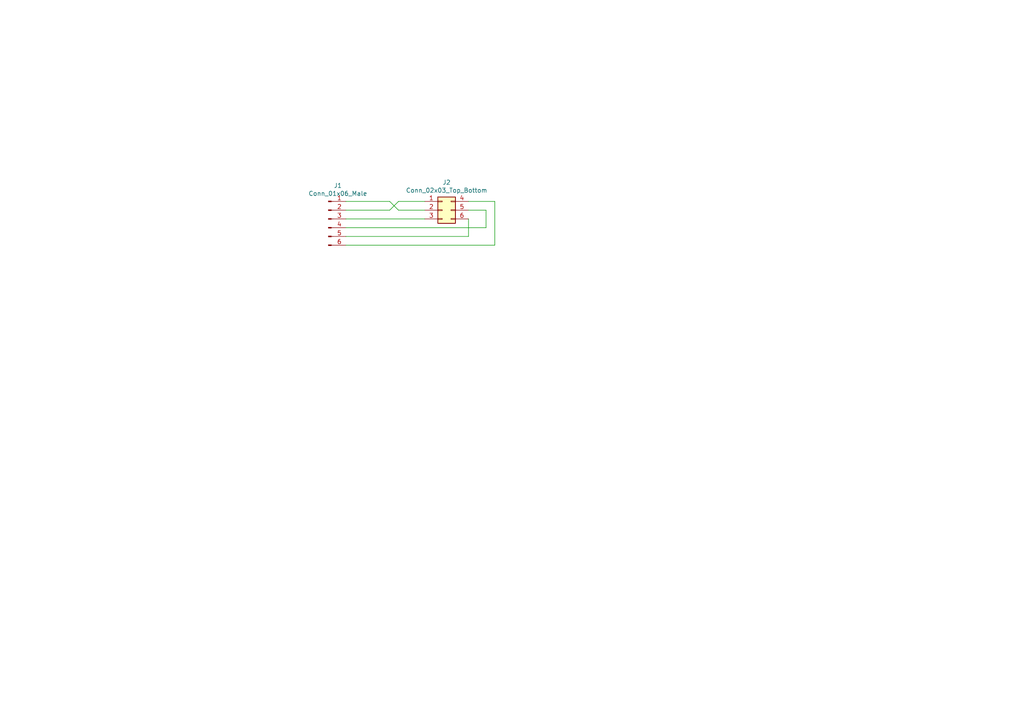
<source format=kicad_sch>
(kicad_sch (version 20211123) (generator eeschema)
  (paper "A4")
  (lib_symbols
    (symbol "Connector:Conn_01x06_Male" (pin_names (offset 1.016) hide)
      (property "Reference" "J" (at 0 7.62 0))
      (property "Value" "Conn_01x06_Male" (at 0 -10.16 0))
      (symbol "Conn_01x06_Male_1_1"
        (polyline (pts (xy 1.27 -7.62) (xy 0.8636 -7.62)) (stroke (width 0.1524)))
        (polyline (pts (xy 1.27 -5.08) (xy 0.8636 -5.08)) (stroke (width 0.1524)))
        (polyline (pts (xy 1.27 -2.54) (xy 0.8636 -2.54)) (stroke (width 0.1524)))
        (polyline (pts (xy 1.27 0) (xy 0.8636 0)) (stroke (width 0.1524)))
        (polyline (pts (xy 1.27 2.54) (xy 0.8636 2.54)) (stroke (width 0.1524)))
        (polyline (pts (xy 1.27 5.08) (xy 0.8636 5.08)) (stroke (width 0.1524)))
        (rectangle (start 0.8636 -7.493) (end 0 -7.747) (stroke (width 0.1524)) (fill (type outline)))
        (rectangle (start 0.8636 -4.953) (end 0 -5.207) (stroke (width 0.1524)) (fill (type outline)))
        (rectangle (start 0.8636 -2.413) (end 0 -2.667) (stroke (width 0.1524)) (fill (type outline)))
        (rectangle (start 0.8636 0.127) (end 0 -0.127) (stroke (width 0.1524)) (fill (type outline)))
        (rectangle (start 0.8636 2.667) (end 0 2.413) (stroke (width 0.1524)) (fill (type outline)))
        (rectangle (start 0.8636 5.207) (end 0 4.953) (stroke (width 0.1524)) (fill (type outline)))
        (pin passive line (at 5.08 5.08 180) (length 3.81) (name "Pin_1") (number "1"))
        (pin passive line (at 5.08 2.54 180) (length 3.81) (name "Pin_2") (number "2"))
        (pin passive line (at 5.08 0 180) (length 3.81) (name "Pin_3") (number "3"))
        (pin passive line (at 5.08 -2.54 180) (length 3.81) (name "Pin_4") (number "4"))
        (pin passive line (at 5.08 -5.08 180) (length 3.81) (name "Pin_5") (number "5"))
        (pin passive line (at 5.08 -7.62 180) (length 3.81) (name "Pin_6") (number "6"))
      )
    )
    (symbol "Connector_Generic:Conn_02x03_Top_Bottom" (pin_names (offset 1.016) hide)
      (property "Reference" "J" (at 1.27 5.08 0))
      (property "Value" "Conn_02x03_Top_Bottom" (at 1.27 -5.08 0))
      (symbol "Conn_02x03_Top_Bottom_1_1"
        (rectangle (start -1.27 -2.413) (end 0 -2.667) (stroke (width 0.1524)))
        (rectangle (start -1.27 0.127) (end 0 -0.127) (stroke (width 0.1524)))
        (rectangle (start -1.27 2.667) (end 0 2.413) (stroke (width 0.1524)))
        (rectangle (start -1.27 3.81) (end 3.81 -3.81) (stroke (width 0.254)) (fill (type background)))
        (rectangle (start 3.81 -2.413) (end 2.54 -2.667) (stroke (width 0.1524)))
        (rectangle (start 3.81 0.127) (end 2.54 -0.127) (stroke (width 0.1524)))
        (rectangle (start 3.81 2.667) (end 2.54 2.413) (stroke (width 0.1524)))
        (pin passive line (at -5.08 2.54 0) (length 3.81) (name "Pin_1") (number "1"))
        (pin passive line (at -5.08 0 0) (length 3.81) (name "Pin_2") (number "2"))
        (pin passive line (at -5.08 -2.54 0) (length 3.81) (name "Pin_3") (number "3"))
        (pin passive line (at 7.62 2.54 180) (length 3.81) (name "Pin_4") (number "4"))
        (pin passive line (at 7.62 0 180) (length 3.81) (name "Pin_5") (number "5"))
        (pin passive line (at 7.62 -2.54 180) (length 3.81) (name "Pin_6") (number "6"))
      )
    )
  )
  (wire (pts (xy 100.33 58.42) (xy 113.03 58.42)))
  (wire (pts (xy 135.89 68.58) (xy 100.33 68.58)))
  (wire (pts (xy 143.51 58.42) (xy 143.51 71.12)))
  (wire (pts (xy 135.89 58.42) (xy 143.51 58.42)))
  (wire (pts (xy 135.89 63.5) (xy 135.89 68.58)))
  (wire (pts (xy 140.97 60.96) (xy 140.97 66.04)))
  (wire (pts (xy 113.03 60.96) (xy 100.33 60.96)))
  (wire (pts (xy 143.51 71.12) (xy 100.33 71.12)))
  (wire (pts (xy 123.19 58.42) (xy 115.57 58.42)))
  (wire (pts (xy 113.03 58.42) (xy 115.57 60.96)))
  (wire (pts (xy 100.33 66.04) (xy 140.97 66.04)))
  (wire (pts (xy 115.57 58.42) (xy 113.03 60.96)))
  (wire (pts (xy 100.33 63.5) (xy 123.19 63.5)))
  (wire (pts (xy 115.57 60.96) (xy 123.19 60.96)))
  (wire (pts (xy 135.89 60.96) (xy 140.97 60.96)))
  (symbol (lib_id "Connector_Generic:Conn_02x03_Top_Bottom") (at 128.27 60.96 0) (unit 1)
    (property "Reference" "J2" (at 129.54 52.9082 0))
    (property "Value" "Conn_02x03_Top_Bottom" (at 129.54 55.2196 0))
    (property "Footprint" "Connectors_IDC:IDC-Header_2x03_P2.54mm_Horizontal" (effects hide))
  )
  (symbol (lib_id "Connector:Conn_01x06_Male") (at 95.25 63.5 0) (unit 1)
    (property "Reference" "J1" (at 97.9932 53.8226 0))
    (property "Value" "Conn_01x06_Male" (at 97.9932 56.134 0))
    (property "Footprint" "Connectors_PinHeader_2.54mm:PinHeader_1x06_P2.54mm_Vertical" (effects hide))
  )
)
</source>
